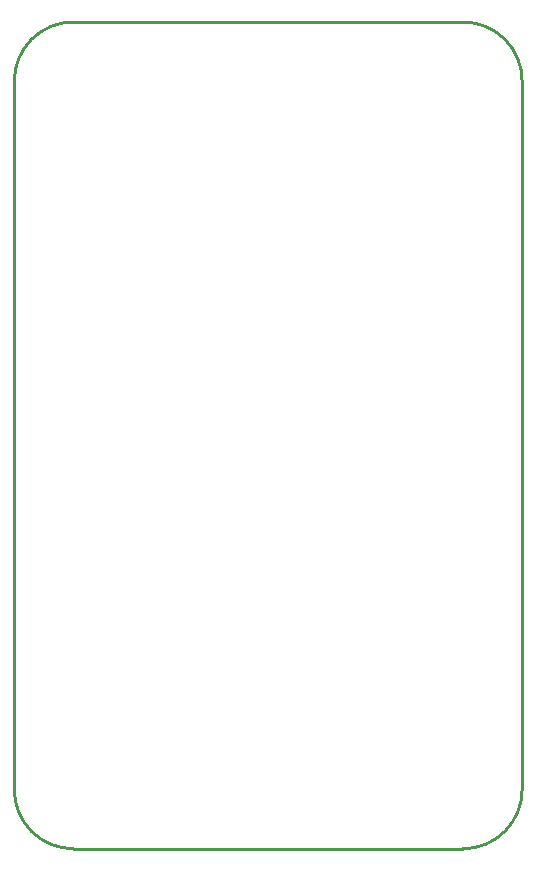
<source format=gko>
G04 Layer: BoardOutlineLayer*
G04 EasyEDA v6.4.31, 2022-02-28 12:57:49*
G04 375ee36b19e9497eac9c01c2f8449273,7b35ab87edb5478c89a92b32cd25319b,10*
G04 Gerber Generator version 0.2*
G04 Scale: 100 percent, Rotated: No, Reflected: No *
G04 Dimensions in millimeters *
G04 leading zeros omitted , absolute positions ,4 integer and 5 decimal *
%FSLAX45Y45*%
%MOMM*%

%ADD10C,0.2540*%
D10*
X446001Y669998D02*
G01*
X446001Y6669999D01*
X4246003Y169999D02*
G01*
X946000Y169999D01*
X4746005Y6669999D02*
G01*
X4746005Y669998D01*
X946000Y7169998D02*
G01*
X4246003Y7169998D01*
G75*
G01*
X4246001Y7170001D02*
G02*
X4746000Y6669999I0J-499999D01*
G75*
G01*
X4746000Y670001D02*
G02*
X4246001Y170000I-499999J-2D01*
G75*
G01*
X946000Y170000D02*
G02*
X446001Y670001I0J499999D01*
G75*
G01*
X446001Y6669999D02*
G02*
X946000Y7170001I499999J3D01*

%LPD*%
M02*

</source>
